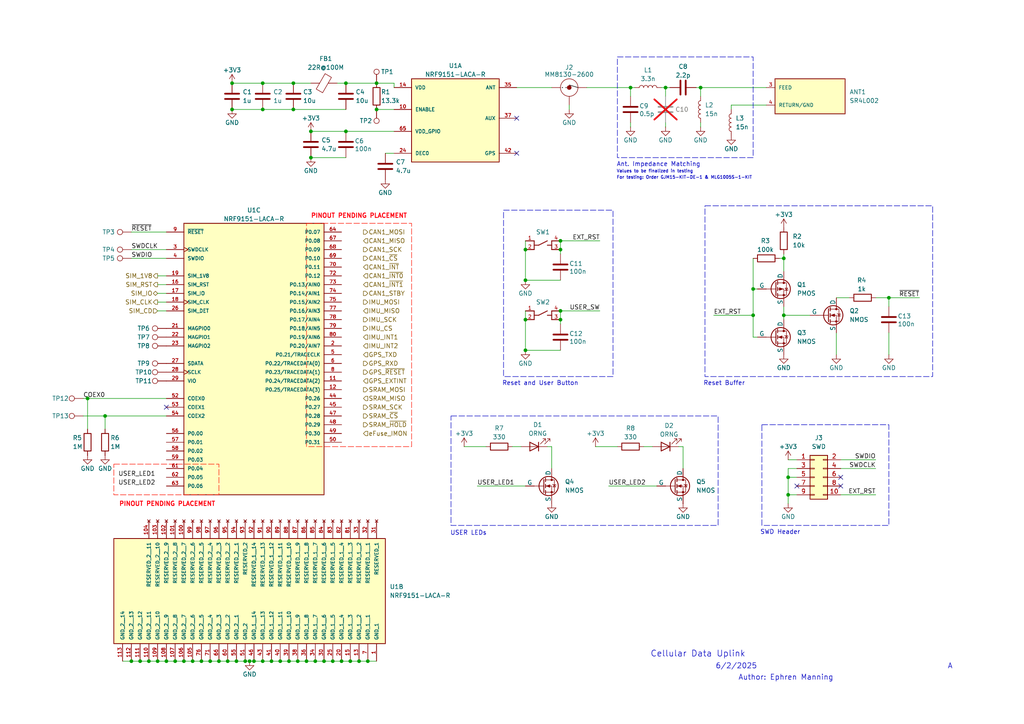
<source format=kicad_sch>
(kicad_sch (version 20250114) (generator "eeschema") (generator_version "9.0")
  (paper "A4")
  (rectangle (start 220.98 123.19) (end 257.81 152.4) (stroke (width 0) (type dash)))
  (rectangle (start 179.07 16.51) (end 218.44 45.72) (stroke (width 0) (type dash)))
  (rectangle (start 88.9 64.77) (end 119.38 129.54) (stroke (width 0) (type dash) (color 255 17 0 1)))
  (rectangle (start 146.05 60.96) (end 177.8 109.22) (stroke (width 0) (type dash)))
  (rectangle (start 204.47 59.69) (end 270.51 109.22) (stroke (width 0) (type dash)))
  (rectangle (start 33.02 134.62) (end 63.5 143.51) (stroke (width 0) (type dash) (color 255 17 0 1)))
  (rectangle (start 130.81 120.65) (end 208.28 152.4) (stroke (width 0) (type dash)))
  (text "Ant. Impedance Matching\n" (at 191.008 47.752 0) (effects (font (size 1.27 1.27))))
  (text "Reset and User Button\n" (at 156.718 111.252 0) (effects (font (size 1.27 1.27))))
  (text "For testing: Order GJM15-KIT-DE-1 & MLG1005S-1-KIT \n\n" (at 178.816 52.324 0) (effects (font (size 0.889 0.889)) (justify left)))
  (text "SWD Header\n" (at 226.314 154.432 0) (effects (font (size 1.27 1.27))))
  (text "USER LEDs\n" (at 135.89 154.686 0) (effects (font (size 1.27 1.27))))
  (text "PINOUT PENDING PLACEMENT\n" (at 48.514 146.304 0) (effects (font (size 1.27 1.27) (thickness 0.254) (bold yes))))
  (text "PINOUT PENDING PLACEMENT\n" (at 104.14 62.738 0) (effects (font (size 1.27 1.27) (thickness 0.254) (bold yes))))
  (text "Values to be finalized in testing" (at 178.816 49.784 0) (effects (font (size 0.889 0.889)) (justify left)))
  (text "A" (at 275.59 193.294 0) (effects (font (size 1.524 1.524))))
  (text "Author: Ephren Manning\n" (at 214.122 196.596 0) (effects (font (size 1.524 1.524)) (justify left)))
  (text "Cellular Data Uplink\n" (at 202.438 189.738 0) (effects (font (size 1.778 1.778))))
  (text "Reset Buffer\n" (at 210.058 111.252 0) (effects (font (size 1.27 1.27))))
  (text "6/2/2025\n" (at 207.518 193.294 0) (effects (font (size 1.524 1.524)) (justify left)))
  (junction (at 72.39 191.77))
  (junction (at 90.17 45.72))
  (junction (at 96.52 191.77))
  (junction (at 93.98 191.77))
  (junction (at 152.4 101.6))
  (junction (at 73.66 191.77))
  (junction (at 68.58 191.77))
  (junction (at 152.4 72.39))
  (junction (at 63.5 191.77))
  (junction (at 152.4 81.28))
  (junction (at 38.1 191.77))
  (junction (at 66.04 191.77))
  (junction (at 76.2 191.77))
  (junction (at 162.56 69.85))
  (junction (at 78.74 191.77))
  (junction (at 218.44 91.44))
  (junction (at 152.4 92.71))
  (junction (at 228.6 143.51))
  (junction (at 81.28 191.77))
  (junction (at 76.2 24.13))
  (junction (at 45.72 191.77))
  (junction (at 30.48 120.65))
  (junction (at 53.34 191.77))
  (junction (at 203.2 25.4))
  (junction (at 86.36 191.77))
  (junction (at 48.26 191.77))
  (junction (at 106.68 191.77))
  (junction (at 109.22 24.13))
  (junction (at 55.88 191.77))
  (junction (at 104.14 191.77))
  (junction (at 100.33 38.1))
  (junction (at 60.96 191.77))
  (junction (at 99.06 191.77))
  (junction (at 25.4 115.57))
  (junction (at 218.44 83.82))
  (junction (at 67.31 31.75))
  (junction (at 193.04 25.4))
  (junction (at 182.88 25.4))
  (junction (at 257.81 86.36))
  (junction (at 40.64 191.77))
  (junction (at 227.33 74.93))
  (junction (at 90.17 38.1))
  (junction (at 76.2 31.75))
  (junction (at 100.33 24.13))
  (junction (at 101.6 191.77))
  (junction (at 50.8 191.77))
  (junction (at 109.22 31.75))
  (junction (at 162.56 92.71))
  (junction (at 85.09 31.75))
  (junction (at 162.56 72.39))
  (junction (at 83.82 191.77))
  (junction (at 91.44 191.77))
  (junction (at 88.9 191.77))
  (junction (at 228.6 138.43))
  (junction (at 162.56 90.17))
  (junction (at 227.33 91.44))
  (junction (at 58.42 191.77))
  (junction (at 43.18 191.77))
  (junction (at 67.31 24.13))
  (junction (at 71.12 191.77))
  (junction (at 85.09 24.13))
  (no_connect (at 48.26 118.11))
  (no_connect (at 231.14 140.97))
  (no_connect (at 149.86 44.45))
  (no_connect (at 149.86 34.29))
  (no_connect (at 243.84 140.97))
  (no_connect (at 243.84 138.43))
  (wire (pts (xy 114.3 31.75) (xy 109.22 31.75)))
  (wire (pts (xy 114.3 24.13) (xy 114.3 25.4)))
  (wire (pts (xy 257.81 86.36) (xy 266.7 86.36)))
  (wire (pts (xy 111.76 44.45) (xy 114.3 44.45)))
  (wire (pts (xy 152.4 92.71) (xy 152.4 101.6)))
  (wire (pts (xy 165.1 31.75) (xy 165.1 30.48)))
  (wire (pts (xy 85.09 31.75) (xy 100.33 31.75)))
  (wire (pts (xy 100.33 24.13) (xy 109.22 24.13)))
  (wire (pts (xy 172.72 129.54) (xy 179.07 129.54)))
  (wire (pts (xy 60.96 191.77) (xy 63.5 191.77)))
  (wire (pts (xy 162.56 69.85) (xy 173.99 69.85)))
  (wire (pts (xy 55.88 191.77) (xy 58.42 191.77)))
  (wire (pts (xy 257.81 86.36) (xy 257.81 88.9)))
  (wire (pts (xy 194.31 25.4) (xy 193.04 25.4)))
  (wire (pts (xy 176.53 140.97) (xy 190.5 140.97)))
  (wire (pts (xy 198.12 129.54) (xy 196.85 129.54)))
  (wire (pts (xy 198.12 129.54) (xy 198.12 135.89)))
  (wire (pts (xy 162.56 90.17) (xy 173.99 90.17)))
  (wire (pts (xy 134.62 129.54) (xy 140.97 129.54)))
  (wire (pts (xy 228.6 143.51) (xy 228.6 146.05)))
  (wire (pts (xy 203.2 27.94) (xy 203.2 25.4)))
  (wire (pts (xy 78.74 191.77) (xy 81.28 191.77)))
  (wire (pts (xy 97.79 24.13) (xy 100.33 24.13)))
  (wire (pts (xy 25.4 115.57) (xy 48.26 115.57)))
  (wire (pts (xy 170.18 25.4) (xy 182.88 25.4)))
  (wire (pts (xy 109.22 24.13) (xy 114.3 24.13)))
  (wire (pts (xy 45.72 80.01) (xy 48.26 80.01)))
  (wire (pts (xy 81.28 191.77) (xy 83.82 191.77)))
  (wire (pts (xy 227.33 91.44) (xy 227.33 92.71)))
  (wire (pts (xy 162.56 90.17) (xy 162.56 92.71)))
  (wire (pts (xy 25.4 124.46) (xy 25.4 115.57)))
  (wire (pts (xy 212.09 31.75) (xy 212.09 30.48)))
  (wire (pts (xy 53.34 191.77) (xy 55.88 191.77)))
  (wire (pts (xy 228.6 133.35) (xy 231.14 133.35)))
  (wire (pts (xy 160.02 129.54) (xy 158.75 129.54)))
  (wire (pts (xy 104.14 191.77) (xy 106.68 191.77)))
  (wire (pts (xy 226.06 74.93) (xy 227.33 74.93)))
  (wire (pts (xy 182.88 25.4) (xy 182.88 27.94)))
  (wire (pts (xy 218.44 97.79) (xy 219.71 97.79)))
  (wire (pts (xy 228.6 138.43) (xy 231.14 138.43)))
  (wire (pts (xy 68.58 191.77) (xy 71.12 191.77)))
  (wire (pts (xy 162.56 72.39) (xy 162.56 73.66)))
  (wire (pts (xy 30.48 120.65) (xy 48.26 120.65)))
  (wire (pts (xy 38.1 72.39) (xy 48.26 72.39)))
  (wire (pts (xy 152.4 90.17) (xy 152.4 92.71)))
  (wire (pts (xy 227.33 88.9) (xy 227.33 91.44)))
  (wire (pts (xy 228.6 135.89) (xy 228.6 138.43)))
  (wire (pts (xy 193.04 25.4) (xy 193.04 27.94)))
  (wire (pts (xy 203.2 25.4) (xy 222.25 25.4)))
  (wire (pts (xy 48.26 191.77) (xy 50.8 191.77)))
  (wire (pts (xy 35.56 191.77) (xy 38.1 191.77)))
  (wire (pts (xy 184.15 25.4) (xy 182.88 25.4)))
  (wire (pts (xy 231.14 135.89) (xy 228.6 135.89)))
  (wire (pts (xy 162.56 92.71) (xy 162.56 93.98)))
  (wire (pts (xy 45.72 85.09) (xy 48.26 85.09)))
  (wire (pts (xy 24.13 120.65) (xy 30.48 120.65)))
  (wire (pts (xy 24.13 115.57) (xy 25.4 115.57)))
  (wire (pts (xy 234.95 91.44) (xy 227.33 91.44)))
  (wire (pts (xy 243.84 143.51) (xy 254 143.51)))
  (wire (pts (xy 243.84 135.89) (xy 254 135.89)))
  (wire (pts (xy 193.04 35.56) (xy 193.04 36.83)))
  (wire (pts (xy 227.33 74.93) (xy 227.33 78.74)))
  (wire (pts (xy 162.56 69.85) (xy 162.56 72.39)))
  (wire (pts (xy 67.31 31.75) (xy 76.2 31.75)))
  (wire (pts (xy 191.77 25.4) (xy 193.04 25.4)))
  (wire (pts (xy 99.06 191.77) (xy 101.6 191.77)))
  (wire (pts (xy 38.1 67.31) (xy 48.26 67.31)))
  (wire (pts (xy 30.48 120.65) (xy 30.48 124.46)))
  (wire (pts (xy 101.6 191.77) (xy 104.14 191.77)))
  (wire (pts (xy 218.44 91.44) (xy 218.44 97.79)))
  (wire (pts (xy 152.4 72.39) (xy 152.4 81.28)))
  (wire (pts (xy 86.36 191.77) (xy 88.9 191.77)))
  (wire (pts (xy 67.31 24.13) (xy 76.2 24.13)))
  (wire (pts (xy 218.44 83.82) (xy 219.71 83.82)))
  (wire (pts (xy 242.57 102.87) (xy 242.57 96.52)))
  (wire (pts (xy 257.81 96.52) (xy 257.81 102.87)))
  (wire (pts (xy 138.43 140.97) (xy 152.4 140.97)))
  (wire (pts (xy 201.93 25.4) (xy 203.2 25.4)))
  (wire (pts (xy 63.5 191.77) (xy 66.04 191.77)))
  (wire (pts (xy 45.72 90.17) (xy 48.26 90.17)))
  (wire (pts (xy 43.18 191.77) (xy 45.72 191.77)))
  (wire (pts (xy 96.52 191.77) (xy 99.06 191.77)))
  (wire (pts (xy 203.2 35.56) (xy 203.2 36.83)))
  (wire (pts (xy 243.84 133.35) (xy 254 133.35)))
  (wire (pts (xy 45.72 82.55) (xy 48.26 82.55)))
  (wire (pts (xy 85.09 24.13) (xy 90.17 24.13)))
  (wire (pts (xy 148.59 129.54) (xy 151.13 129.54)))
  (wire (pts (xy 40.64 191.77) (xy 43.18 191.77)))
  (wire (pts (xy 218.44 74.93) (xy 218.44 83.82)))
  (wire (pts (xy 50.8 191.77) (xy 53.34 191.77)))
  (wire (pts (xy 58.42 191.77) (xy 60.96 191.77)))
  (wire (pts (xy 152.4 81.28) (xy 162.56 81.28)))
  (wire (pts (xy 38.1 74.93) (xy 48.26 74.93)))
  (wire (pts (xy 76.2 191.77) (xy 78.74 191.77)))
  (wire (pts (xy 91.44 191.77) (xy 93.98 191.77)))
  (wire (pts (xy 207.01 91.44) (xy 218.44 91.44)))
  (wire (pts (xy 90.17 38.1) (xy 100.33 38.1)))
  (wire (pts (xy 218.44 83.82) (xy 218.44 91.44)))
  (wire (pts (xy 88.9 191.77) (xy 91.44 191.77)))
  (wire (pts (xy 83.82 191.77) (xy 86.36 191.77)))
  (wire (pts (xy 73.66 191.77) (xy 76.2 191.77)))
  (wire (pts (xy 242.57 86.36) (xy 246.38 86.36)))
  (wire (pts (xy 71.12 191.77) (xy 72.39 191.77)))
  (wire (pts (xy 182.88 35.56) (xy 182.88 36.83)))
  (wire (pts (xy 227.33 73.66) (xy 227.33 74.93)))
  (wire (pts (xy 212.09 30.48) (xy 222.25 30.48)))
  (wire (pts (xy 90.17 45.72) (xy 100.33 45.72)))
  (wire (pts (xy 152.4 101.6) (xy 162.56 101.6)))
  (wire (pts (xy 38.1 191.77) (xy 40.64 191.77)))
  (wire (pts (xy 72.39 191.77) (xy 73.66 191.77)))
  (wire (pts (xy 93.98 191.77) (xy 96.52 191.77)))
  (wire (pts (xy 160.02 129.54) (xy 160.02 135.89)))
  (wire (pts (xy 186.69 129.54) (xy 189.23 129.54)))
  (wire (pts (xy 228.6 138.43) (xy 228.6 143.51)))
  (wire (pts (xy 45.72 191.77) (xy 48.26 191.77)))
  (wire (pts (xy 228.6 143.51) (xy 231.14 143.51)))
  (wire (pts (xy 66.04 191.77) (xy 68.58 191.77)))
  (wire (pts (xy 106.68 191.77) (xy 109.22 191.77)))
  (wire (pts (xy 152.4 69.85) (xy 152.4 72.39)))
  (wire (pts (xy 76.2 24.13) (xy 85.09 24.13)))
  (wire (pts (xy 100.33 38.1) (xy 114.3 38.1)))
  (wire (pts (xy 254 86.36) (xy 257.81 86.36)))
  (wire (pts (xy 45.72 87.63) (xy 48.26 87.63)))
  (wire (pts (xy 149.86 25.4) (xy 160.02 25.4)))
  (wire (pts (xy 76.2 31.75) (xy 85.09 31.75)))
  (label "SWDCLK" (at 254 135.89 180))
  (label "~{RESET}" (at 266.7 86.36 180))
  (label "USER_LED1" (at 34.29 138.43 0))
  (label "SWDIO" (at 38.1 74.93 0))
  (label "~{RESET}" (at 38.1 67.31 0))
  (label "SWDIO" (at 254 133.35 180))
  (label "EXT_RST" (at 254 143.51 180))
  (label "USER_LED2" (at 34.29 140.97 0))
  (label "EXT_RST" (at 173.99 69.85 180))
  (label "COEX0" (at 24.13 115.57 0))
  (label "USER_LED2" (at 176.53 140.97 0))
  (label "SWDCLK" (at 38.1 72.39 0))
  (label "USER_SW" (at 173.99 90.17 180))
  (label "EXT_RST" (at 207.01 91.44 0))
  (label "USER_LED1" (at 138.43 140.97 0))
  (hierarchical_label "GPS_EXTINT" (shape input) (at 105.41 110.49 0))
  (hierarchical_label "SIM_RST" (shape output) (at 45.72 82.55 180))
  (hierarchical_label "SRAM_SCK" (shape output) (at 105.41 118.11 0))
  (hierarchical_label "SIM_CLK" (shape output) (at 45.72 87.63 180))
  (hierarchical_label "GPS_TXD" (shape input) (at 105.41 102.87 0))
  (hierarchical_label "CAN1_MISO" (shape input) (at 105.41 69.85 0))
  (hierarchical_label "CAN1_MOSI" (shape output) (at 105.41 67.31 0))
  (hierarchical_label "CAN1_~{INT0}" (shape input) (at 105.41 80.01 0))
  (hierarchical_label "CAN1_STBY" (shape output) (at 105.41 85.09 0))
  (hierarchical_label "CAN1_~{CS}" (shape output) (at 105.41 74.93 0))
  (hierarchical_label "IMU_INT1" (shape input) (at 105.41 97.79 0))
  (hierarchical_label "SRAM_~{HOLD}" (shape output) (at 105.41 123.19 0))
  (hierarchical_label "SIM_CD" (shape input) (at 45.72 90.17 180))
  (hierarchical_label "CAN1_SCK" (shape output) (at 105.41 72.39 0))
  (hierarchical_label "eFuse_IMON" (shape input) (at 105.41 125.73 0))
  (hierarchical_label "IMU_SCK" (shape output) (at 105.41 92.71 0))
  (hierarchical_label "SIM_IO" (shape bidirectional) (at 45.72 85.09 180))
  (hierarchical_label "SRAM_MISO" (shape input) (at 105.41 115.57 0))
  (hierarchical_label "SIM_1V8" (shape output) (at 45.72 80.01 180))
  (hierarchical_label "IMU_INT2" (shape input) (at 105.41 100.33 0))
  (hierarchical_label "CAN1_~{INT}" (shape input) (at 105.41 77.47 0))
  (hierarchical_label "GPS_RXD" (shape output) (at 105.41 105.41 0))
  (hierarchical_label "SRAM_MOSI" (shape output) (at 105.41 113.03 0))
  (hierarchical_label "IMU_MISO" (shape input) (at 105.41 90.17 0))
  (hierarchical_label "GPS_~{RESET}" (shape output) (at 105.41 107.95 0))
  (hierarchical_label "SRAM_~{CS}" (shape output) (at 105.41 120.65 0))
  (hierarchical_label "IMU_MOSI" (shape output) (at 105.41 87.63 0))
  (hierarchical_label "CAN1_~{INT1}" (shape input) (at 105.41 82.55 0))
  (hierarchical_label "IMU_CS" (shape output) (at 105.41 95.25 0))
  (symbol (lib_id "Device:C") (at 198.12 25.4 90) (unit 1)
    (property "Reference" "C8" (at 198.12 19.304 90))
    (property "Value" "2.2p" (at 198.12 21.844 90))
    (property "Footprint" "Capacitor_SMD:C_0402_1005Metric" (effects (hide yes)))
    (property "Description" "Unpolarized capacitor" (effects (hide yes)))
  )
  (symbol (lib_id "power:GND") (at 25.4 132.08 0) (unit 1)
    (property "Reference" "#PWR022" (effects (hide yes)))
    (property "Value" "GND" (at 25.4 135.89 0))
    (property "Description" "Power symbol creates a global label with name \"GND\" , ground" (effects (hide yes)))
  )
  (symbol (lib_id "Device:R") (at 250.19 86.36 90) (unit 1)
    (property "Reference" "R4" (at 249.936 81.28 90))
    (property "Value" "1k" (at 249.936 83.82 90))
    (property "Description" "Resistor" (effects (hide yes)))
  )
  (symbol (lib_id "power:GND") (at 160.02 146.05 0) (unit 1)
    (property "Reference" "#PWR025" (effects (hide yes)))
    (property "Value" "GND" (at 160.02 149.86 0))
    (property "Description" "Power symbol creates a global label with name \"GND\" , ground" (effects (hide yes)))
  )
  (symbol (lib_id "Connector:TestPoint") (at 109.22 31.75 180) (unit 1)
    (property "Reference" "TP2" (at 107.95 35.052 0) (effects (justify left)))
    (property "Value" "TestPoint" (effects (hide yes)))
    (property "Description" "test point" (effects (hide yes)))
  )
  (symbol (lib_id "Simulation_SPICE:NMOS") (at 224.79 97.79 0) (unit 1)
    (property "Reference" "Q3" (at 231.14 96.5199 0) (effects (justify left)))
    (property "Value" "NMOS" (at 231.14 99.0599 0) (effects (justify left)))
    (property "Datasheet" "https://ngspice.sourceforge.io/docs/ngspice-html-manual/manual.xhtml#cha_MOSFETs" (effects (hide yes)))
    (property "Description" "N-MOSFET transistor, drain/source/gate" (effects (hide yes)))
    (property "Sim.Device" "NMOS" (effects (hide yes)))
    (property "Sim.Type" "VDMOS" (effects (hide yes)))
    (property "Sim.Pins" "1=D 2=G 3=S" (effects (hide yes)))
  )
  (symbol (lib_id "Connector:TestPoint") (at 38.1 74.93 90) (unit 1)
    (property "Reference" "TP5" (at 31.496 74.93 90))
    (property "Value" "TestPoint" (effects (hide yes)))
    (property "Description" "test point" (effects (hide yes)))
  )
  (symbol (lib_id "power:+3V3") (at 228.6 133.35 0) (unit 1)
    (property "Reference" "#PWR024" (effects (hide yes)))
    (property "Value" "+3V3" (at 228.6 129.54 0))
    (property "Description" "Power symbol creates a global label with name \"+3V3\"" (effects (hide yes)))
  )
  (symbol (lib_id "Device:R") (at 222.25 74.93 90) (unit 1)
    (property "Reference" "R3" (at 221.996 69.85 90))
    (property "Value" "100k" (at 221.996 72.39 90))
    (property "Description" "Resistor" (effects (hide yes)))
  )
  (symbol (lib_id "NRF9151-LACA-R:NRF9151-LACA-R") (at 109.22 171.45 270) (unit 2)
    (property "Reference" "U1" (at 113.03 170.1799 90) (effects (justify left)))
    (property "Value" "NRF9151-LACA-R" (at 113.03 172.7199 90) (effects (justify left)))
    (property "Footprint" "NRF9151-LACA-R:XCVR_NRF9151-LACA-R" (effects (hide yes)))
    (property "MPN" "NRF9151-LACA-R" (effects (hide yes)))
  )
  (symbol (lib_id "Device:L") (at 212.09 35.56 180) (unit 1)
    (property "Reference" "L3" (at 213.36 34.2899 0) (effects (justify right)))
    (property "Value" "15n" (at 213.36 36.8299 0) (effects (justify right)))
    (property "Footprint" "Inductor_SMD:L_0402_1005Metric" (effects (hide yes)))
    (property "Description" "Inductor" (effects (hide yes)))
  )
  (symbol (lib_id "Device:R") (at 25.4 128.27 0) (unit 1)
    (property "Reference" "R5" (at 21.082 127 0) (effects (justify left)))
    (property "Value" "1M" (at 21.082 129.54 0) (effects (justify left)))
    (property "Description" "Resistor" (effects (hide yes)))
  )
  (symbol (lib_id "Simulation_SPICE:NMOS") (at 195.58 140.97 0) (unit 1)
    (property "Reference" "Q5" (at 201.93 139.6999 0) (effects (justify left)))
    (property "Value" "NMOS" (at 201.93 142.2399 0) (effects (justify left)))
    (property "Datasheet" "https://ngspice.sourceforge.io/docs/ngspice-html-manual/manual.xhtml#cha_MOSFETs" (effects (hide yes)))
    (property "Description" "N-MOSFET transistor, drain/source/gate" (effects (hide yes)))
    (property "Sim.Device" "NMOS" (effects (hide yes)))
    (property "Sim.Type" "VDMOS" (effects (hide yes)))
    (property "Sim.Pins" "1=D 2=G 3=S" (effects (hide yes)))
  )
  (symbol (lib_id "Device:L") (at 187.96 25.4 90) (unit 1)
    (property "Reference" "L1" (at 187.96 20.32 90))
    (property "Value" "3.3n" (at 187.96 22.86 90))
    (property "Footprint" "Inductor_SMD:L_0402_1005Metric" (effects (hide yes)))
    (property "Description" "Inductor" (effects (hide yes)))
  )
  (symbol (lib_id "Device:C") (at 67.31 27.94 0) (unit 1)
    (property "Reference" "C1" (at 70.358 26.67 0) (effects (justify left)))
    (property "Value" "1u" (at 70.358 29.21 0) (effects (justify left)))
    (property "Footprint" "Capacitor_SMD:C_0603_1608Metric" (effects (hide yes)))
    (property "Description" "Unpolarized capacitor" (effects (hide yes)))
    (property "MPN" "CL10B105KP8NNNC" (effects (hide yes)))
  )
  (symbol (lib_id "Device:C") (at 162.56 77.47 0) (unit 1)
    (property "Reference" "C11" (at 165.1 76.454 0) (effects (justify left)))
    (property "Value" "100n" (at 165.1 78.74 0) (effects (justify left)))
    (property "Footprint" "Capacitor_SMD:C_0402_1005Metric" (effects (hide yes)))
    (property "Description" "Unpolarized capacitor" (effects (hide yes)))
    (property "MPN" "CL05B104KP5NNNC" (effects (hide yes)))
  )
  (symbol (lib_id "Device:C") (at 85.09 27.94 0) (unit 1)
    (property "Reference" "C3" (at 87.884 26.67 0) (effects (justify left)))
    (property "Value" "10u" (at 87.884 29.21 0) (effects (justify left)))
    (property "Footprint" "Capacitor_SMD:C_0603_1608Metric" (effects (hide yes)))
    (property "Description" "Unpolarized capacitor" (effects (hide yes)))
    (property "MPN" "CL10A106KQ8NNNC" (effects (hide yes)))
  )
  (symbol (lib_id "Connector:TestPoint") (at 48.26 97.79 90) (unit 1)
    (property "Reference" "TP7" (at 41.656 97.79 90))
    (property "Value" "TestPoint" (effects (hide yes)))
    (property "Description" "test point" (effects (hide yes)))
  )
  (symbol (lib_id "power:GND") (at 111.76 52.07 0) (unit 1)
    (property "Reference" "#PWR013" (effects (hide yes)))
    (property "Value" "GND" (at 111.76 55.88 0))
    (property "Description" "Power symbol creates a global label with name \"GND\" , ground" (effects (hide yes)))
  )
  (symbol (lib_id "Connector:TestPoint") (at 48.26 107.95 90) (unit 1)
    (property "Reference" "TP10" (at 41.656 107.95 90))
    (property "Value" "TestPoint" (effects (hide yes)))
    (property "Description" "test point" (effects (hide yes)))
  )
  (symbol (lib_id "Connector:TestPoint") (at 38.1 72.39 90) (unit 1)
    (property "Reference" "TP4" (at 31.496 72.39 90))
    (property "Value" "TestPoint" (effects (hide yes)))
    (property "Description" "test point" (effects (hide yes)))
  )
  (symbol (lib_id "power:GND") (at 72.39 191.77 0) (unit 1)
    (property "Reference" "#PWR028" (effects (hide yes)))
    (property "Value" "GND" (at 72.39 195.58 0))
    (property "Description" "Power symbol creates a global label with name \"GND\" , ground" (effects (hide yes)))
  )
  (symbol (lib_id "power:+3V3") (at 90.17 38.1 0) (unit 1)
    (property "Reference" "#PWR010" (effects (hide yes)))
    (property "Value" "+3V3" (at 90.17 34.29 0))
    (property "Description" "Power symbol creates a global label with name \"+3V3\"" (effects (hide yes)))
  )
  (symbol (lib_id "Device:C") (at 182.88 31.75 180) (unit 1)
    (property "Reference" "C9" (at 185.42 30.734 0) (effects (justify right)))
    (property "Value" "0.5p" (at 185.42 33.02 0) (effects (justify right)))
    (property "Footprint" "Capacitor_SMD:C_0402_1005Metric" (effects (hide yes)))
    (property "Description" "Unpolarized capacitor" (effects (hide yes)))
  )
  (symbol (lib_id "Connector:TestPoint") (at 38.1 67.31 90) (unit 1)
    (property "Reference" "TP3" (at 31.496 67.31 90))
    (property "Value" "TestPoint" (effects (hide yes)))
    (property "Description" "test point" (effects (hide yes)))
  )
  (symbol (lib_id "power:GND") (at 228.6 146.05 0) (unit 1)
    (property "Reference" "#PWR027" (effects (hide yes)))
    (property "Value" "GND" (at 228.6 149.86 0))
    (property "Description" "Power symbol creates a global label with name \"GND\" , ground" (effects (hide yes)))
  )
  (symbol (lib_id "Connector:TestPoint") (at 48.26 110.49 90) (unit 1)
    (property "Reference" "TP11" (at 41.656 110.49 90))
    (property "Value" "TestPoint" (effects (hide yes)))
    (property "Description" "test point" (effects (hide yes)))
  )
  (symbol (lib_id "Device:C") (at 76.2 27.94 0) (unit 1)
    (property "Reference" "C2" (at 79.248 26.67 0) (effects (justify left)))
    (property "Value" "1u" (at 79.248 29.21 0) (effects (justify left)))
    (property "Footprint" "Capacitor_SMD:C_0603_1608Metric" (effects (hide yes)))
    (property "Description" "Unpolarized capacitor" (effects (hide yes)))
    (property "MPN" "CL10B105KP8NNNC" (effects (hide yes)))
  )
  (symbol (lib_id "power:+3V3") (at 172.72 129.54 0) (unit 1)
    (property "Reference" "#PWR021" (effects (hide yes)))
    (property "Value" "+3V3" (at 172.72 125.73 0))
    (property "Description" "Power symbol creates a global label with name \"+3V3\"" (effects (hide yes)))
  )
  (symbol (lib_id "Device:C") (at 162.56 97.79 0) (unit 1)
    (property "Reference" "C12" (at 165.1 96.774 0) (effects (justify left)))
    (property "Value" "100n" (at 165.1 99.06 0) (effects (justify left)))
    (property "Footprint" "Capacitor_SMD:C_0402_1005Metric" (effects (hide yes)))
    (property "Description" "Unpolarized capacitor" (effects (hide yes)))
    (property "MPN" "CL05B104KP5NNNC" (effects (hide yes)))
  )
  (symbol (lib_id "Device:R") (at 227.33 69.85 180) (unit 1)
    (property "Reference" "R2" (at 229.87 68.5799 0) (effects (justify right)))
    (property "Value" "10k" (at 229.87 71.1199 0) (effects (justify right)))
    (property "Description" "Resistor" (effects (hide yes)))
  )
  (symbol (lib_id "Device:LED") (at 193.04 129.54 180) (unit 1)
    (property "Reference" "D2" (at 194.056 123.444 0))
    (property "Value" "ORNG" (at 194.056 125.984 0))
    (property "Description" "Light emitting diode" (effects (hide yes)))
    (property "Sim.Pins" "1=K 2=A" (effects (hide yes)))
  )
  (symbol (lib_id "power:GND") (at 198.12 146.05 0) (unit 1)
    (property "Reference" "#PWR026" (effects (hide yes)))
    (property "Value" "GND" (at 198.12 149.86 0))
    (property "Description" "Power symbol creates a global label with name \"GND\" , ground" (effects (hide yes)))
  )
  (symbol (lib_id "MM8130-2600:MM8130-2600") (at 165.1 25.4 0) (unit 1)
    (property "Reference" "J2" (at 165.1 19.558 0))
    (property "Value" "MM8130-2600" (at 165.1 21.59 0))
    (property "Footprint" "MM8130-2600:MURATA_MM8130-2600RA2" (effects (hide yes)))
  )
  (symbol (lib_id "Device:C") (at 100.33 27.94 0) (unit 1)
    (property "Reference" "C4" (at 103.124 26.67 0) (effects (justify left)))
    (property "Value" "10u" (at 103.124 29.21 0) (effects (justify left)))
    (property "Footprint" "Capacitor_SMD:C_0603_1608Metric" (effects (hide yes)))
    (property "Description" "Unpolarized capacitor" (effects (hide yes)))
    (property "MPN" "CL10A106KQ8NNNC" (effects (hide yes)))
  )
  (symbol (lib_id "Device:C") (at 193.04 31.75 180) (unit 1) (dnp yes)
    (property "Reference" "C10" (at 195.834 31.75 0) (effects (justify right)))
    (property "Value" "C" (effects (hide yes)))
    (property "Footprint" "Capacitor_SMD:C_0402_1005Metric" (effects (hide yes)))
    (property "Description" "Unpolarized capacitor" (effects (hide yes)))
  )
  (symbol (lib_id "Device:R") (at 182.88 129.54 90) (unit 1)
    (property "Reference" "R8" (at 182.88 124.206 90))
    (property "Value" "330" (at 182.88 126.746 90))
    (property "Description" "Resistor" (effects (hide yes)))
  )
  (symbol (lib_id "power:GND") (at 193.04 36.83 0) (unit 1)
    (property "Reference" "#PWR08" (effects (hide yes)))
    (property "Value" "GND" (at 193.04 40.64 0))
    (property "Description" "Power symbol creates a global label with name \"GND\" , ground" (effects (hide yes)))
  )
  (symbol (lib_id "Connector_Generic:Conn_02x05_Odd_Even") (at 236.22 138.43 0) (unit 1)
    (property "Reference" "J3" (at 237.49 127 0))
    (property "Value" "SWD" (at 237.49 129.54 0))
    (property "Description" "Generic connector, double row, 02x05, odd/even pin numbering scheme (row 1 odd numbers, row 2 even numbers), script generated (kicad-library-utils/schlib/autogen/connector/)" (effects (hide yes)))
  )
  (symbol (lib_id "Device:LED") (at 154.94 129.54 180) (unit 1)
    (property "Reference" "D1" (at 155.956 123.19 0))
    (property "Value" "ORNG" (at 155.956 125.73 0))
    (property "Description" "Light emitting diode" (effects (hide yes)))
    (property "Sim.Pins" "1=K 2=A" (effects (hide yes)))
  )
  (symbol (lib_id "Connector:TestPoint") (at 48.26 100.33 90) (unit 1)
    (property "Reference" "TP8" (at 41.656 100.33 90))
    (property "Value" "TestPoint" (effects (hide yes)))
    (property "Description" "test point" (effects (hide yes)))
  )
  (symbol (lib_id "Device:R") (at 144.78 129.54 90) (unit 1)
    (property "Reference" "R7" (at 144.78 124.206 90))
    (property "Value" "330" (at 144.78 126.746 90))
    (property "Description" "Resistor" (effects (hide yes)))
  )
  (symbol (lib_name "NRF9151-LACA-R_1") (lib_id "NRF9151-LACA-R:NRF9151-LACA-R") (at 132.08 33.02 0) (unit 1)
    (property "Reference" "U1" (at 132.08 19.05 0))
    (property "Value" "NRF9151-LACA-R" (at 132.08 21.59 0))
    (property "Footprint" "NRF9151-LACA-R:XCVR_NRF9151-LACA-R" (effects (hide yes)))
    (property "MPN" "NRF9151-LACA-R" (effects (hide yes)))
  )
  (symbol (lib_id "power:+3V3") (at 134.62 129.54 0) (unit 1)
    (property "Reference" "#PWR020" (effects (hide yes)))
    (property "Value" "+3V3" (at 134.62 125.73 0))
    (property "Description" "Power symbol creates a global label with name \"+3V3\"" (effects (hide yes)))
  )
  (symbol (lib_id "power:GND") (at 227.33 102.87 0) (unit 1)
    (property "Reference" "#PWR017" (effects (hide yes)))
    (property "Value" "GND" (at 227.33 106.68 0))
    (property "Description" "Power symbol creates a global label with name \"GND\" , ground" (effects (hide yes)))
  )
  (symbol (lib_id "power:GND") (at 242.57 102.87 0) (unit 1)
    (property "Reference" "#PWR018" (effects (hide yes)))
    (property "Value" "GND" (at 242.57 106.68 0))
    (property "Description" "Power symbol creates a global label with name \"GND\" , ground" (effects (hide yes)))
  )
  (symbol (lib_id "Simulation_SPICE:NMOS") (at 240.03 91.44 0) (unit 1)
    (property "Reference" "Q2" (at 246.38 90.1699 0) (effects (justify left)))
    (property "Value" "NMOS" (at 246.38 92.7099 0) (effects (justify left)))
    (property "Datasheet" "https://ngspice.sourceforge.io/docs/ngspice-html-manual/manual.xhtml#cha_MOSFETs" (effects (hide yes)))
    (property "Description" "N-MOSFET transistor, drain/source/gate" (effects (hide yes)))
    (property "Sim.Device" "NMOS" (effects (hide yes)))
    (property "Sim.Type" "VDMOS" (effects (hide yes)))
    (property "Sim.Pins" "1=D 2=G 3=S" (effects (hide yes)))
  )
  (symbol (lib_id "PTS810_SJM_250_SMTR_LFS:PTS810_SJM_250_SMTR_LFS") (at 157.48 90.17 0) (unit 1)
    (property "Reference" "SW2" (at 157.48 87.63 0))
    (property "Value" "PTS810_SJM_250_SMTR_LFS" (effects (hide yes)))
    (property "Footprint" "PTS810_SJM_250_SMTR:SW_PTS810_SJM_250_SMTR_LFS" (effects (hide yes)))
    (property "MPN" "PTS810_SJM_250_SMTR_LFS" (effects (hide yes)))
  )
  (symbol (lib_id "Device:C") (at 111.76 48.26 0) (unit 1)
    (property "Reference" "C7" (at 114.808 46.99 0) (effects (justify left)))
    (property "Value" "4.7u" (at 114.808 49.53 0) (effects (justify left)))
    (property "Footprint" "Capacitor_SMD:C_0805_2012Metric" (effects (hide yes)))
    (property "Description" "Unpolarized capacitor" (effects (hide yes)))
    (property "MPN" "CL21A475KPFNNNE" (effects (hide yes)))
  )
  (symbol (lib_id "power:+3V3") (at 227.33 66.04 0) (unit 1)
    (property "Reference" "#PWR014" (effects (hide yes)))
    (property "Value" "+3V3" (at 227.33 62.23 0))
    (property "Description" "Power symbol creates a global label with name \"+3V3\"" (effects (hide yes)))
  )
  (symbol (lib_id "power:GND") (at 90.17 45.72 0) (unit 1)
    (property "Reference" "#PWR012" (effects (hide yes)))
    (property "Value" "GND" (at 90.17 49.53 0))
    (property "Description" "Power symbol creates a global label with name \"GND\" , ground" (effects (hide yes)))
  )
  (symbol (lib_id "Connector:TestPoint") (at 24.13 120.65 90) (unit 1)
    (property "Reference" "TP13" (at 17.526 120.65 90))
    (property "Value" "TestPoint" (effects (hide yes)))
    (property "Description" "test point" (effects (hide yes)))
  )
  (symbol (lib_id "PTS810_SJM_250_SMTR_LFS:PTS810_SJM_250_SMTR_LFS") (at 157.48 69.85 0) (unit 1)
    (property "Reference" "SW1" (at 157.48 67.31 0))
    (property "Value" "PTS810_SJM_250_SMTR_LFS" (effects (hide yes)))
    (property "Footprint" "PTS810_SJM_250_SMTR:SW_PTS810_SJM_250_SMTR_LFS" (effects (hide yes)))
    (property "MPN" "PTS810_SJM_250_SMTR_LFS" (effects (hide yes)))
  )
  (symbol (lib_id "power:GND") (at 182.88 36.83 0) (unit 1)
    (property "Reference" "#PWR07" (effects (hide yes)))
    (property "Value" "GND" (at 182.88 40.64 0))
    (property "Description" "Power symbol creates a global label with name \"GND\" , ground" (effects (hide yes)))
  )
  (symbol (lib_id "power:GND") (at 257.81 102.87 0) (unit 1)
    (property "Reference" "#PWR019" (effects (hide yes)))
    (property "Value" "GND" (at 257.81 106.68 0))
    (property "Description" "Power symbol creates a global label with name \"GND\" , ground" (effects (hide yes)))
  )
  (symbol (lib_id "Device:L") (at 203.2 31.75 180) (unit 1)
    (property "Reference" "L2" (at 204.47 30.4799 0) (effects (justify right)))
    (property "Value" "15n" (at 204.47 33.0199 0) (effects (justify right)))
    (property "Footprint" "Inductor_SMD:L_0402_1005Metric" (effects (hide yes)))
    (property "Description" "Inductor" (effects (hide yes)))
  )
  (symbol (lib_id "power:GND") (at 152.4 101.6 0) (unit 1)
    (property "Reference" "#PWR016" (effects (hide yes)))
    (property "Value" "GND" (at 152.4 105.41 0))
    (property "Description" "Power symbol creates a global label with name \"GND\" , ground" (effects (hide yes)))
  )
  (symbol (lib_id "SR4L002:SR4L002") (at 234.95 27.94 0) (unit 1)
    (property "Reference" "ANT1" (at 246.38 26.6699 0) (effects (justify left)))
    (property "Value" "SR4L002" (at 246.38 29.2099 0) (effects (justify left)))
    (property "Footprint" "SR4L002:XCVR_SR4L002" (effects (hide yes)))
    (property "MANUFACTURER" "Antenova" (effects (hide yes)))
  )
  (symbol (lib_id "power:GND") (at 30.48 132.08 0) (unit 1)
    (property "Reference" "#PWR023" (effects (hide yes)))
    (property "Value" "GND" (at 30.48 135.89 0))
    (property "Description" "Power symbol creates a global label with name \"GND\" , ground" (effects (hide yes)))
  )
  (symbol (lib_id "power:GND") (at 212.09 39.37 0) (unit 1)
    (property "Reference" "#PWR011" (effects (hide yes)))
    (property "Value" "GND" (at 212.09 43.18 0))
    (property "Description" "Power symbol creates a global label with name \"GND\" , ground" (effects (hide yes)))
  )
  (symbol (lib_id "Device:C") (at 90.17 41.91 0) (unit 1)
    (property "Reference" "C5" (at 93.218 40.64 0) (effects (justify left)))
    (property "Value" "4.7u" (at 93.218 43.18 0) (effects (justify left)))
    (property "Footprint" "Capacitor_SMD:C_0805_2012Metric" (effects (hide yes)))
    (property "Description" "Unpolarized capacitor" (effects (hide yes)))
    (property "MPN" "CL21A475KPFNNNE" (effects (hide yes)))
  )
  (symbol (lib_id "Connector:TestPoint") (at 109.22 24.13 0) (unit 1)
    (property "Reference" "TP1" (at 110.49 20.828 0) (effects (justify left)))
    (property "Value" "TestPoint" (effects (hide yes)))
    (property "Description" "test point" (effects (hide yes)))
  )
  (symbol (lib_id "power:GND") (at 165.1 31.75 0) (unit 1)
    (property "Reference" "#PWR06" (effects (hide yes)))
    (property "Value" "GND" (at 165.1 35.56 0))
    (property "Description" "Power symbol creates a global label with name \"GND\" , ground" (effects (hide yes)))
  )
  (symbol (lib_id "power:+3V3") (at 67.31 24.13 0) (unit 1)
    (property "Reference" "#PWR04" (effects (hide yes)))
    (property "Value" "+3V3" (at 67.31 20.32 0))
    (property "Description" "Power symbol creates a global label with name \"+3V3\"" (effects (hide yes)))
  )
  (symbol (lib_id "Device:C") (at 100.33 41.91 0) (unit 1)
    (property "Reference" "C6" (at 102.87 40.894 0) (effects (justify left)))
    (property "Value" "100n" (at 102.87 43.18 0) (effects (justify left)))
    (property "Footprint" "Capacitor_SMD:C_0402_1005Metric" (effects (hide yes)))
    (property "Description" "Unpolarized capacitor" (effects (hide yes)))
    (property "MPN" "CL05B104KP5NNNC" (effects (hide yes)))
  )
  (symbol (lib_id "Connector:TestPoint") (at 48.26 95.25 90) (unit 1)
    (property "Reference" "TP6" (at 41.656 95.25 90))
    (property "Value" "TestPoint" (effects (hide yes)))
    (property "Description" "test point" (effects (hide yes)))
  )
  (symbol (lib_id "Simulation_SPICE:NMOS") (at 157.48 140.97 0) (unit 1)
    (property "Reference" "Q4" (at 163.83 139.6999 0) (effects (justify left)))
    (property "Value" "NMOS" (at 163.83 142.2399 0) (effects (justify left)))
    (property "Datasheet" "https://ngspice.sourceforge.io/docs/ngspice-html-manual/manual.xhtml#cha_MOSFETs" (effects (hide yes)))
    (property "Description" "N-MOSFET transistor, drain/source/gate" (effects (hide yes)))
    (property "Sim.Device" "NMOS" (effects (hide yes)))
    (property "Sim.Type" "VDMOS" (effects (hide yes)))
    (property "Sim.Pins" "1=D 2=G 3=S" (effects (hide yes)))
  )
  (symbol (lib_name "NRF9151-LACA-R_2") (lib_id "NRF9151-LACA-R:NRF9151-LACA-R") (at 73.66 110.49 0) (unit 3)
    (property "Reference" "U1" (at 73.66 60.96 0))
    (property "Value" "NRF9151-LACA-R" (at 73.66 63.5 0))
    (property "Footprint" "NRF9151-LACA-R:XCVR_NRF9151-LACA-R" (effects (hide yes)))
    (property "MPN" "NRF9151-LACA-R" (effects (hide yes)))
  )
  (symbol (lib_id "Simulation_SPICE:PMOS") (at 224.79 83.82 0) (unit 1)
    (property "Reference" "Q1" (at 231.14 82.5499 0) (effects (justify left)))
    (property "Value" "PMOS" (at 231.14 85.0899 0) (effects (justify left)))
    (property "Datasheet" "https://ngspice.sourceforge.io/docs/ngspice-html-manual/manual.xhtml#cha_MOSFETs" (effects (hide yes)))
    (property "Description" "P-MOSFET transistor, drain/source/gate" (effects (hide yes)))
    (property "Sim.Device" "PMOS" (effects (hide yes)))
    (property "Sim.Type" "VDMOS" (effects (hide yes)))
    (property "Sim.Pins" "1=D 2=G 3=S" (effects (hide yes)))
  )
  (symbol (lib_id "Device:R") (at 109.22 27.94 0) (unit 1)
    (property "Reference" "R1" (at 110.49 26.67 0) (effects (justify left)))
    (property "Value" "13.3k" (at 110.49 29.21 0) (effects (justify left)))
    (property "Description" "Resistor" (effects (hide yes)))
  )
  (symbol (lib_id "Device:FerriteBead") (at 93.98 24.13 90) (unit 1)
    (property "Reference" "FB1" (at 94.488 17.018 90))
    (property "Value" "22R@100M" (at 94.488 19.558 90))
    (property "Footprint" "Inductor_SMD:L_0603_1608Metric" (effects (hide yes)))
    (property "Description" "Ferrite bead" (effects (hide yes)))
    (property "MPN" "BLM18SN220TN1D" (effects (hide yes)))
  )
  (symbol (lib_id "Device:R") (at 30.48 128.27 0) (unit 1)
    (property "Reference" "R6" (at 32.004 127 0) (effects (justify left)))
    (property "Value" "1M" (at 32.004 129.54 0) (effects (justify left)))
    (property "Description" "Resistor" (effects (hide yes)))
  )
  (symbol (lib_id "Device:C") (at 257.81 92.71 0) (unit 1)
    (property "Reference" "C13" (at 260.35 91.694 0) (effects (justify left)))
    (property "Value" "100n" (at 260.35 93.98 0) (effects (justify left)))
    (property "Footprint" "Capacitor_SMD:C_0402_1005Metric" (effects (hide yes)))
    (property "Description" "Unpolarized capacitor" (effects (hide yes)))
    (property "MPN" "CL05B104KP5NNNC" (effects (hide yes)))
  )
  (symbol (lib_id "power:GND") (at 203.2 36.83 0) (unit 1)
    (property "Reference" "#PWR09" (effects (hide yes)))
    (property "Value" "GND" (at 203.2 40.64 0))
    (property "Description" "Power symbol creates a global label with name \"GND\" , ground" (effects (hide yes)))
  )
  (symbol (lib_id "Connector:TestPoint") (at 48.26 105.41 90) (unit 1)
    (property "Reference" "TP9" (at 41.656 105.41 90))
    (property "Value" "TestPoint" (effects (hide yes)))
    (property "Description" "test point" (effects (hide yes)))
  )
  (symbol (lib_id "Connector:TestPoint") (at 24.13 115.57 90) (unit 1)
    (property "Reference" "TP12" (at 17.526 115.57 90))
    (property "Value" "TestPoint" (effects (hide yes)))
    (property "Description" "test point" (effects (hide yes)))
  )
  (symbol (lib_id "power:GND") (at 67.31 31.75 0) (unit 1)
    (property "Reference" "#PWR05" (effects (hide yes)))
    (property "Value" "GND" (at 67.31 35.56 0))
    (property "Description" "Power symbol creates a global label with name \"GND\" , ground" (effects (hide yes)))
  )
  (symbol (lib_id "power:GND") (at 152.4 81.28 0) (unit 1)
    (property "Reference" "#PWR015" (effects (hide yes)))
    (property "Value" "GND" (at 152.4 85.09 0))
    (property "Description" "Power symbol creates a global label with name \"GND\" , ground" (effects (hide yes)))
  )
)
</source>
